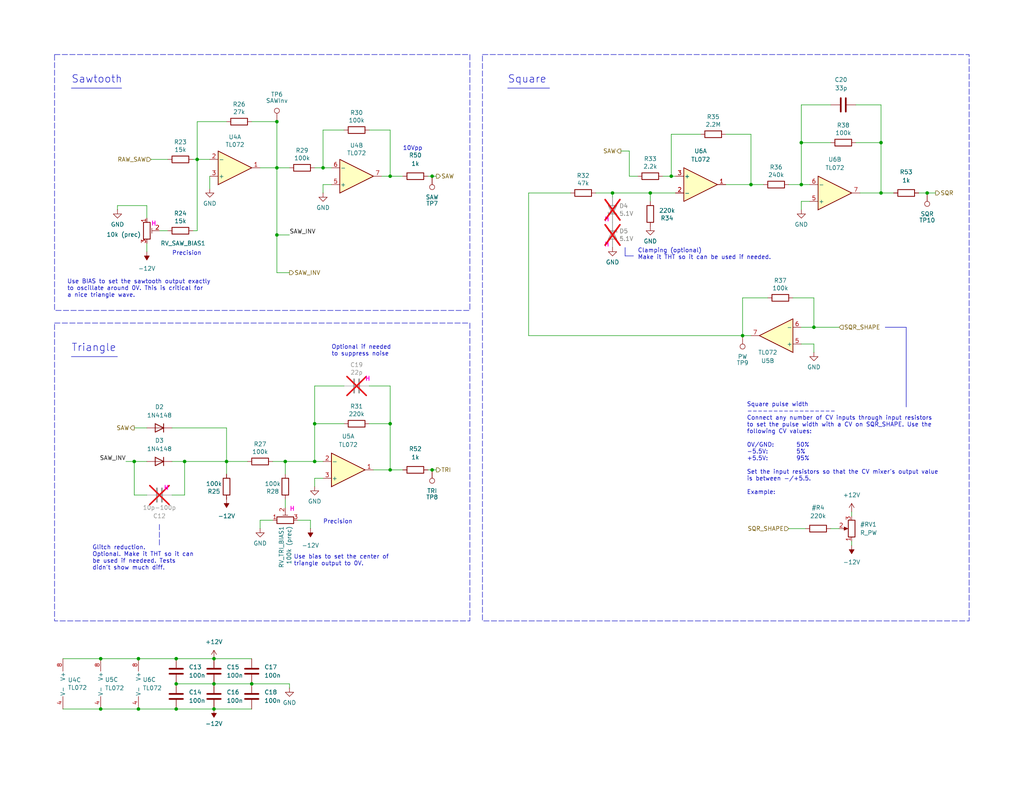
<source format=kicad_sch>
(kicad_sch (version 20250114) (generator "eeschema") (generator_version "9.0")
  (paper "User" 310 240)
  (title_block (title "Moduleur VCO core") (date "2026-02-21") (rev "v1.0") (company "Shmøergh"))
  (lib_symbols
    (symbol "Amplifier_Operational:TL072" (pin_names (offset 0.127))
      (property "Reference" "U" (at 0 5.08 0))
      (property "Value" "TL072" (at 0 -5.08 0))
      (symbol "TL072_1_1"
        (polyline (pts (xy -5.08 5.08) (xy 5.08 0) (xy -5.08 -5.08) (xy -5.08 5.08)) (stroke (width 0.254)) (fill (type background)))
        (pin input line (at -7.62 2.54 0) (length 2.54) (name "+") (number "3"))
        (pin input line (at -7.62 -2.54 0) (length 2.54) (name "-") (number "2"))
        (pin output line (at 7.62 0 180) (length 2.54) (name "~") (number "1"))
      )
      (symbol "TL072_2_1"
        (polyline (pts (xy -5.08 5.08) (xy 5.08 0) (xy -5.08 -5.08) (xy -5.08 5.08)) (stroke (width 0.254)) (fill (type background)))
        (pin input line (at -7.62 2.54 0) (length 2.54) (name "+") (number "5"))
        (pin input line (at -7.62 -2.54 0) (length 2.54) (name "-") (number "6"))
        (pin output line (at 7.62 0 180) (length 2.54) (name "~") (number "7"))
      )
      (symbol "TL072_3_1"
        (pin power_in line (at -2.54 7.62 270) (length 3.81) (name "V+") (number "8"))
        (pin power_in line (at -2.54 -7.62 90) (length 3.81) (name "V-") (number "4"))
      )
    )
    (symbol "Connector:TestPoint" (pin_numbers (hide yes)) (pin_names (offset 0.762) (hide yes))
      (property "Reference" "TP" (at 0 6.858 0))
      (property "Value" "TestPoint" (at 0 5.08 0))
      (symbol "TestPoint_0_1"
        (circle (center 0 3.302) (radius 0.762))
      )
      (symbol "TestPoint_1_1"
        (pin passive line (at 0 0 90) (length 2.54) (name "1") (number "1"))
      )
    )
    (symbol "D_1" (pin_numbers (hide yes)) (pin_names (offset 1.016) (hide yes))
      (property "Reference" "D" (at 0 2.54 0))
      (property "Value" "D" (at 0 -2.54 0))
      (symbol "D_1_0_1"
        (polyline (pts (xy -1.27 1.27) (xy -1.27 -1.27)) (stroke (width 0.254)))
        (polyline (pts (xy 1.27 1.27) (xy 1.27 -1.27) (xy -1.27 0) (xy 1.27 1.27)) (stroke (width 0.254)))
        (polyline (pts (xy 1.27 0) (xy -1.27 0)))
      )
      (symbol "D_1_1_1"
        (pin passive line (at -3.81 0 0) (length 2.54) (name "K") (number "1"))
        (pin passive line (at 3.81 0 180) (length 2.54) (name "A") (number "2"))
      )
    )
    (symbol "Device:C" (pin_numbers (hide yes)) (pin_names (offset 0.254))
      (property "Reference" "C" (at 0.635 2.54 0))
      (property "Value" "C" (at 0.635 -2.54 0))
      (symbol "C_0_1"
        (polyline (pts (xy -2.032 0.762) (xy 2.032 0.762)) (stroke (width 0.508)))
        (polyline (pts (xy -2.032 -0.762) (xy 2.032 -0.762)) (stroke (width 0.508)))
      )
      (symbol "C_1_1"
        (pin passive line (at 0 3.81 270) (length 2.794) (name "~") (number "1"))
        (pin passive line (at 0 -3.81 90) (length 2.794) (name "~") (number "2"))
      )
    )
    (symbol "Device:D_Zener" (pin_numbers (hide yes)) (pin_names (offset 1.016) (hide yes))
      (property "Reference" "D" (at 0 2.54 0))
      (property "Value" "D_Zener" (at 0 -2.54 0))
      (symbol "D_Zener_0_1"
        (polyline (pts (xy -1.27 -1.27) (xy -1.27 1.27) (xy -0.762 1.27)) (stroke (width 0.254)))
        (polyline (pts (xy 1.27 0) (xy -1.27 0)))
        (polyline (pts (xy 1.27 -1.27) (xy 1.27 1.27) (xy -1.27 0) (xy 1.27 -1.27)) (stroke (width 0.254)))
      )
      (symbol "D_Zener_1_1"
        (pin passive line (at -3.81 0 0) (length 2.54) (name "K") (number "1"))
        (pin passive line (at 3.81 0 180) (length 2.54) (name "A") (number "2"))
      )
    )
    (symbol "Device:R" (pin_numbers (hide yes)) (pin_names (offset 0))
      (property "Reference" "R" (at 2.032 0 90))
      (property "Value" "R" (at 0 0 90))
      (symbol "R_0_1"
        (rectangle (start -1.016 -2.54) (end 1.016 2.54) (stroke (width 0.254)))
      )
      (symbol "R_1_1"
        (pin passive line (at 0 3.81 270) (length 1.27) (name "~") (number "1"))
        (pin passive line (at 0 -3.81 90) (length 1.27) (name "~") (number "2"))
      )
    )
    (symbol "Device:R_Potentiometer" (pin_names (offset 1.016) (hide yes))
      (property "Reference" "RV" (at -4.445 0 90))
      (property "Value" "R_Potentiometer" (at -2.54 0 90))
      (symbol "R_Potentiometer_0_1"
        (rectangle (start 1.016 2.54) (end -1.016 -2.54) (stroke (width 0.254)))
        (polyline (pts (xy 1.143 0) (xy 2.286 0.508) (xy 2.286 -0.508) (xy 1.143 0)) (fill (type outline)))
        (polyline (pts (xy 2.54 0) (xy 1.524 0)))
      )
      (symbol "R_Potentiometer_1_1"
        (pin passive line (at 0 3.81 270) (length 1.27) (name "1") (number "1"))
        (pin passive line (at 0 -3.81 90) (length 1.27) (name "3") (number "3"))
        (pin passive line (at 3.81 0 180) (length 1.27) (name "2") (number "2"))
      )
    )
    (symbol "Device:R_Potentiometer_Trim" (pin_names (offset 1.016) (hide yes))
      (property "Reference" "RV" (at -4.445 0 90))
      (property "Value" "R_Potentiometer_Trim" (at -2.54 0 90))
      (symbol "R_Potentiometer_Trim_0_1"
        (rectangle (start 1.016 2.54) (end -1.016 -2.54) (stroke (width 0.254)))
        (polyline (pts (xy 1.524 0.762) (xy 1.524 -0.762)))
        (polyline (pts (xy 2.54 0) (xy 1.524 0)))
      )
      (symbol "R_Potentiometer_Trim_1_1"
        (pin passive line (at 0 3.81 270) (length 1.27) (name "1") (number "1"))
        (pin passive line (at 0 -3.81 90) (length 1.27) (name "3") (number "3"))
        (pin passive line (at 3.81 0 180) (length 1.27) (name "2") (number "2"))
      )
    )
    (symbol "power:+12V" (power) (pin_numbers (hide yes)) (pin_names (offset 0) (hide yes))
      (property "Value" "+12V" (at 0 3.556 0))
      (symbol "+12V_0_1"
        (polyline (pts (xy -0.762 1.27) (xy 0 2.54)))
        (polyline (pts (xy 0 2.54) (xy 0.762 1.27)))
        (polyline (pts (xy 0 0) (xy 0 2.54)))
      )
      (symbol "+12V_1_1"
        (pin power_in line (at 0 0 90) (length 0) (name "~") (number "1"))
      )
    )
    (symbol "power:-12V" (power) (pin_numbers (hide yes)) (pin_names (offset 0) (hide yes))
      (property "Value" "-12V" (at 0 3.556 0))
      (symbol "-12V_0_0"
        (pin power_in line (at 0 0 90) (length 0) (name "~") (number "1"))
      )
      (symbol "-12V_0_1"
        (polyline (pts (xy 0 0) (xy 0 1.27) (xy 0.762 1.27) (xy 0 2.54) (xy -0.762 1.27) (xy 0 1.27)) (fill (type outline)))
      )
    )
    (symbol "power:GND" (power) (pin_numbers (hide yes)) (pin_names (offset 0) (hide yes))
      (property "Value" "GND" (at 0 -3.81 0))
      (symbol "GND_0_1"
        (polyline (pts (xy 0 0) (xy 0 -1.27) (xy 1.27 -1.27) (xy 0 -2.54) (xy -1.27 -1.27) (xy 0 -1.27)))
      )
      (symbol "GND_1_1"
        (pin power_in line (at 0 0 270) (length 0) (name "~") (number "1"))
      )
    )
  )
  (rectangle (start 16.51 97.79) (end 142.24 187.96) (stroke (width 0) (type dash)))
  (rectangle (start 16.51 16.51) (end 142.24 93.98) (stroke (width 0) (type dash)))
  (rectangle (start 146.05 16.51) (end 293.37 187.96) (stroke (width 0) (type dash)))
  (text "Use bias to set the center of \ntriangle output to 0V." (at 88.9 171.45 0) (effects (font (size 1.27 1.27)) (justify left bottom)))
  (text "Clamping (optional)\nMake it THT so it can be used if needed." (at 193.04 78.74 0) (effects (font (size 1.27 1.27)) (justify left bottom)))
  (text "Use BIAS to set the sawtooth output exactly\nto oscillate around 0V. This is critical for\na nice triangle wave." (at 20.32 90.17 0) (effects (font (size 1.27 1.27)) (justify left bottom)))
  (text "H" (at 110.49 115.57 0) (effects (font (size 1.27 1.27) (thickness 0.254) (bold yes)) (justify left bottom)))
  (text "Sawtooth" (at 21.59 25.4 0) (effects (font (size 2.2606 2.2606)) (justify left bottom)))
  (text "Precision" (at 97.79 158.75 0) (effects (font (size 1.27 1.27)) (justify left bottom)))
  (text "H" (at 45.72 68.58 0) (effects (font (size 1.27 1.27) (thickness 0.254) (bold yes)) (justify left bottom)))
  (text "H" (at 87.63 154.94 0) (effects (font (size 1.27 1.27) (thickness 0.254) (bold yes)) (justify left bottom)))
  (text "10Vpp" (at 121.92 45.72 0) (effects (font (size 1.27 1.27)) (justify left bottom)))
  (text "H" (at 182.88 74.93 0) (effects (font (size 1.27 1.27) (thickness 0.254) (bold yes)) (justify left bottom)))
  (text "Square pulse width\n-----------------\nConnect any number of CV inputs through input resistors \nto set the pulse width with a CV on SQR_SHAPE. Use the \nfollowing CV values:\n\n0V/GND: 	50%\n-5.5V: 		5%\n+5.5V: 		95%\n\nSet the input resistors so that the CV mixer's output value \nis between -/+5.5.\n\nExample:" (at 226.06 149.86 0) (effects (font (size 1.27 1.27)) (justify left bottom)))
  (text "H" (at 49.53 148.59 0) (effects (font (size 1.27 1.27) (thickness 0.254) (bold yes)) (justify left bottom)))
  (text "Square" (at 153.67 25.4 0) (effects (font (size 2.2606 2.2606)) (justify left bottom)))
  (text "H" (at 182.88 67.31 0) (effects (font (size 1.27 1.27) (thickness 0.254) (bold yes)) (justify left bottom)))
  (text "Optional if needed\nto suppress noise" (at 100.33 107.95 0) (effects (font (size 1.27 1.27)) (justify left bottom)))
  (text "Precision" (at 52.07 77.47 0) (effects (font (size 1.27 1.27)) (justify left bottom)))
  (text "Glitch reduction.\nOptional. Make it THT so it can \nbe used if needeed. Tests \ndidn't show much diff." (at 27.94 172.72 0) (effects (font (size 1.27 1.27)) (justify left bottom)))
  (text "Triangle" (at 21.59 106.68 0) (effects (font (size 2.2606 2.2606)) (justify left bottom)))
  (junction (at 224.79 101.6))
  (junction (at 41.91 214.63))
  (junction (at 53.34 199.39))
  (junction (at 203.2 53.34))
  (junction (at 40.64 139.7))
  (junction (at 118.11 142.24))
  (junction (at 95.25 128.27))
  (junction (at 53.34 214.63))
  (junction (at 41.91 199.39))
  (junction (at 64.77 214.63))
  (junction (at 83.82 36.83))
  (junction (at 30.48 199.39))
  (junction (at 86.36 139.7))
  (junction (at 246.38 99.06))
  (junction (at 242.57 43.18))
  (junction (at 185.42 58.42))
  (junction (at 64.77 207.01))
  (junction (at 118.11 53.34))
  (junction (at 130.81 142.24))
  (junction (at 64.77 199.39))
  (junction (at 242.57 55.88))
  (junction (at 83.82 50.8))
  (junction (at 97.79 50.8))
  (junction (at 83.82 71.12))
  (junction (at 266.7 43.18))
  (junction (at 53.34 207.01))
  (junction (at 30.48 214.63))
  (junction (at 196.85 58.42))
  (junction (at 280.67 58.42))
  (junction (at 95.25 139.7))
  (junction (at 55.88 139.7))
  (junction (at 130.81 53.34))
  (junction (at 76.2 207.01))
  (junction (at 266.7 58.42))
  (junction (at 59.69 48.26))
  (junction (at 118.11 128.27))
  (junction (at 227.33 55.88))
  (junction (at 68.58 139.7))
  (wire (pts (xy 111.76 116.84) (xy 118.11 116.84)))
  (wire (pts (xy 224.79 101.6) (xy 227.33 101.6)))
  (polyline (pts (xy 48.26 158.75) (xy 48.26 165.1)) (stroke (width 0) (type dash)))
  (wire (pts (xy 58.42 48.26) (xy 59.69 48.26)))
  (wire (pts (xy 97.79 50.8) (xy 100.33 50.8)))
  (wire (pts (xy 82.55 157.48) (xy 78.74 157.48)))
  (wire (pts (xy 185.42 58.42) (xy 185.42 59.69)))
  (wire (pts (xy 118.11 116.84) (xy 118.11 128.27)))
  (wire (pts (xy 30.48 199.39) (xy 41.91 199.39)))
  (wire (pts (xy 95.25 144.78) (xy 95.25 147.32)))
  (wire (pts (xy 219.71 40.64) (xy 227.33 40.64)))
  (wire (pts (xy 257.81 154.94) (xy 257.81 156.21)))
  (wire (pts (xy 245.11 55.88) (xy 242.57 55.88)))
  (wire (pts (xy 254 99.06) (xy 246.38 99.06)))
  (wire (pts (xy 90.17 157.48) (xy 93.98 157.48)))
  (wire (pts (xy 224.79 90.17) (xy 224.79 101.6)))
  (wire (pts (xy 130.81 142.24) (xy 132.08 142.24)))
  (wire (pts (xy 246.38 99.06) (xy 242.57 99.06)))
  (wire (pts (xy 87.63 208.28) (xy 87.63 207.01)))
  (wire (pts (xy 129.54 142.24) (xy 130.81 142.24)))
  (wire (pts (xy 38.1 139.7) (xy 40.64 139.7)))
  (wire (pts (xy 251.46 160.02) (xy 254 160.02)))
  (wire (pts (xy 76.2 36.83) (xy 83.82 36.83)))
  (wire (pts (xy 129.54 53.34) (xy 130.81 53.34)))
  (wire (pts (xy 19.05 199.39) (xy 30.48 199.39)))
  (wire (pts (xy 257.81 163.83) (xy 257.81 165.1)))
  (wire (pts (xy 95.25 50.8) (xy 97.79 50.8)))
  (wire (pts (xy 203.2 53.34) (xy 200.66 53.34)))
  (wire (pts (xy 266.7 43.18) (xy 266.7 58.42)))
  (wire (pts (xy 203.2 40.64) (xy 203.2 53.34)))
  (wire (pts (xy 212.09 40.64) (xy 203.2 40.64)))
  (wire (pts (xy 83.82 71.12) (xy 83.82 82.55)))
  (polyline (pts (xy 191.77 77.47) (xy 189.23 77.47)))
  (wire (pts (xy 19.05 214.63) (xy 30.48 214.63)))
  (wire (pts (xy 95.25 139.7) (xy 86.36 139.7)))
  (wire (pts (xy 111.76 39.37) (xy 118.11 39.37)))
  (wire (pts (xy 95.25 128.27) (xy 95.25 139.7)))
  (polyline (pts (xy 153.67 26.67) (xy 166.37 26.67)))
  (wire (pts (xy 83.82 82.55) (xy 87.63 82.55)))
  (wire (pts (xy 232.41 90.17) (xy 224.79 90.17)))
  (wire (pts (xy 53.34 207.01) (xy 64.77 207.01)))
  (wire (pts (xy 266.7 31.75) (xy 266.7 43.18)))
  (wire (pts (xy 118.11 53.34) (xy 115.57 53.34)))
  (wire (pts (xy 44.45 149.86) (xy 40.64 149.86)))
  (wire (pts (xy 104.14 116.84) (xy 95.25 116.84)))
  (wire (pts (xy 52.07 149.86) (xy 55.88 149.86)))
  (polyline (pts (xy 274.32 123.19) (xy 274.32 99.06)))
  (wire (pts (xy 41.91 199.39) (xy 53.34 199.39)))
  (wire (pts (xy 97.79 39.37) (xy 97.79 50.8)))
  (wire (pts (xy 59.69 48.26) (xy 59.69 69.85)))
  (wire (pts (xy 266.7 58.42) (xy 260.35 58.42)))
  (wire (pts (xy 53.34 199.39) (xy 64.77 199.39)))
  (wire (pts (xy 68.58 36.83) (xy 59.69 36.83)))
  (wire (pts (xy 190.5 45.72) (xy 190.5 53.34)))
  (wire (pts (xy 238.76 160.02) (xy 243.84 160.02)))
  (wire (pts (xy 251.46 43.18) (xy 242.57 43.18)))
  (wire (pts (xy 41.91 214.63) (xy 53.34 214.63)))
  (wire (pts (xy 190.5 53.34) (xy 193.04 53.34)))
  (wire (pts (xy 242.57 31.75) (xy 242.57 43.18)))
  (wire (pts (xy 280.67 58.42) (xy 283.21 58.42)))
  (wire (pts (xy 35.56 62.23) (xy 44.45 62.23)))
  (wire (pts (xy 95.25 116.84) (xy 95.25 128.27)))
  (wire (pts (xy 52.07 139.7) (xy 55.88 139.7)))
  (wire (pts (xy 82.55 139.7) (xy 86.36 139.7)))
  (wire (pts (xy 111.76 128.27) (xy 118.11 128.27)))
  (wire (pts (xy 40.64 149.86) (xy 40.64 139.7)))
  (wire (pts (xy 53.34 214.63) (xy 64.77 214.63)))
  (wire (pts (xy 245.11 60.96) (xy 242.57 60.96)))
  (wire (pts (xy 52.07 129.54) (xy 68.58 129.54)))
  (wire (pts (xy 204.47 58.42) (xy 196.85 58.42)))
  (wire (pts (xy 97.79 55.88) (xy 97.79 58.42)))
  (wire (pts (xy 259.08 31.75) (xy 266.7 31.75)))
  (wire (pts (xy 172.72 58.42) (xy 160.02 58.42)))
  (wire (pts (xy 180.34 58.42) (xy 185.42 58.42)))
  (wire (pts (xy 242.57 55.88) (xy 238.76 55.88)))
  (wire (pts (xy 100.33 55.88) (xy 97.79 55.88)))
  (wire (pts (xy 40.64 129.54) (xy 44.45 129.54)))
  (wire (pts (xy 55.88 139.7) (xy 68.58 139.7)))
  (wire (pts (xy 64.77 199.39) (xy 76.2 199.39)))
  (wire (pts (xy 251.46 31.75) (xy 242.57 31.75)))
  (wire (pts (xy 97.79 139.7) (xy 95.25 139.7)))
  (wire (pts (xy 68.58 139.7) (xy 74.93 139.7)))
  (wire (pts (xy 196.85 58.42) (xy 196.85 60.96)))
  (wire (pts (xy 58.42 69.85) (xy 59.69 69.85)))
  (wire (pts (xy 204.47 53.34) (xy 203.2 53.34)))
  (wire (pts (xy 55.88 149.86) (xy 55.88 139.7)))
  (wire (pts (xy 64.77 207.01) (xy 76.2 207.01)))
  (polyline (pts (xy 189.23 77.47) (xy 189.23 74.93)))
  (wire (pts (xy 118.11 53.34) (xy 121.92 53.34)))
  (wire (pts (xy 83.82 71.12) (xy 87.63 71.12)))
  (wire (pts (xy 227.33 55.88) (xy 219.71 55.88)))
  (wire (pts (xy 83.82 50.8) (xy 78.74 50.8)))
  (polyline (pts (xy 21.59 107.95) (xy 35.56 107.95)))
  (wire (pts (xy 87.63 50.8) (xy 83.82 50.8)))
  (wire (pts (xy 48.26 69.85) (xy 50.8 69.85)))
  (wire (pts (xy 246.38 90.17) (xy 246.38 99.06)))
  (wire (pts (xy 83.82 36.83) (xy 83.82 50.8)))
  (wire (pts (xy 246.38 106.68) (xy 246.38 104.14)))
  (wire (pts (xy 93.98 157.48) (xy 93.98 160.02)))
  (wire (pts (xy 59.69 36.83) (xy 59.69 48.26)))
  (wire (pts (xy 30.48 214.63) (xy 41.91 214.63)))
  (wire (pts (xy 118.11 142.24) (xy 113.03 142.24)))
  (wire (pts (xy 86.36 151.13) (xy 86.36 153.67)))
  (wire (pts (xy 97.79 144.78) (xy 95.25 144.78)))
  (wire (pts (xy 78.74 157.48) (xy 78.74 160.02)))
  (wire (pts (xy 270.51 58.42) (xy 266.7 58.42)))
  (wire (pts (xy 40.64 139.7) (xy 44.45 139.7)))
  (wire (pts (xy 160.02 101.6) (xy 224.79 101.6)))
  (wire (pts (xy 160.02 101.6) (xy 160.02 58.42)))
  (wire (pts (xy 64.77 214.63) (xy 76.2 214.63)))
  (wire (pts (xy 104.14 128.27) (xy 95.25 128.27)))
  (wire (pts (xy 63.5 53.34) (xy 63.5 57.15)))
  (wire (pts (xy 76.2 207.01) (xy 87.63 207.01)))
  (wire (pts (xy 45.72 48.26) (xy 50.8 48.26)))
  (wire (pts (xy 118.11 128.27) (xy 118.11 142.24)))
  (wire (pts (xy 187.96 45.72) (xy 190.5 45.72)))
  (wire (pts (xy 44.45 76.2) (xy 44.45 73.66)))
  (wire (pts (xy 68.58 143.51) (xy 68.58 139.7)))
  (wire (pts (xy 259.08 43.18) (xy 266.7 43.18)))
  (wire (pts (xy 68.58 129.54) (xy 68.58 139.7)))
  (wire (pts (xy 86.36 139.7) (xy 86.36 143.51)))
  (wire (pts (xy 44.45 62.23) (xy 44.45 66.04)))
  (wire (pts (xy 83.82 71.12) (xy 83.82 50.8)))
  (wire (pts (xy 246.38 104.14) (xy 242.57 104.14)))
  (wire (pts (xy 35.56 63.5) (xy 35.56 62.23)))
  (wire (pts (xy 242.57 43.18) (xy 242.57 55.88)))
  (wire (pts (xy 242.57 60.96) (xy 242.57 63.5)))
  (wire (pts (xy 104.14 39.37) (xy 97.79 39.37)))
  (wire (pts (xy 59.69 48.26) (xy 63.5 48.26)))
  (wire (pts (xy 118.11 142.24) (xy 121.92 142.24)))
  (wire (pts (xy 227.33 40.64) (xy 227.33 55.88)))
  (wire (pts (xy 130.81 53.34) (xy 132.08 53.34)))
  (wire (pts (xy 240.03 90.17) (xy 246.38 90.17)))
  (wire (pts (xy 278.13 58.42) (xy 280.67 58.42)))
  (wire (pts (xy 231.14 55.88) (xy 227.33 55.88)))
  (wire (pts (xy 118.11 39.37) (xy 118.11 53.34)))
  (wire (pts (xy 185.42 58.42) (xy 196.85 58.42)))
  (polyline (pts (xy 21.59 26.67) (xy 36.83 26.67)))
  (polyline (pts (xy 267.97 99.06) (xy 274.32 99.06)))
  (label "SAW_INV" (at 38.1 139.7 180))
  (label "SAW_INV" (at 87.63 71.12 0))
  (hierarchical_label "SAW" (shape output) (at 132.08 53.34 0))
  (hierarchical_label "SAW" (shape output) (at 187.96 45.72 180))
  (hierarchical_label "TRI" (shape output) (at 132.08 142.24 0))
  (hierarchical_label "SQR_SHAPE" (shape input) (at 238.76 160.02 180))
  (hierarchical_label "SQR_SHAPE" (shape input) (at 254 99.06 0))
  (hierarchical_label "SQR" (shape output) (at 283.21 58.42 0))
  (hierarchical_label "RAW_SAW" (shape input) (at 45.72 48.26 180))
  (hierarchical_label "SAW_INV" (shape output) (at 87.63 82.55 0))
  (hierarchical_label "SAW" (shape output) (at 40.64 129.54 180))
  (symbol (lib_id "Device:C") (at 64.77 210.82 0) (unit 1)
    (property "Reference" "C16" (at 68.58 209.55 0) (effects (justify left)))
    (property "Value" "100n" (at 68.58 212.09 0) (effects (justify left)))
    (property "Footprint" "Capacitor_SMD:C_0603_1608Metric" (effects (hide yes)))
    (property "LCSC" "C14663" (effects (hide yes)))
    (property "Vendor" "JLCPCB" (effects (hide yes)))
    (property "CHECKED" "YES" (effects (hide yes)))
  )
  (symbol (lib_id "Connector:TestPoint") (at 224.79 101.6 180) (unit 1) (in_bom no)
    (property "Reference" "TP9" (at 224.79 109.855 0))
    (property "Value" "PW" (at 224.79 107.95 0))
    (property "Footprint" "TestPoint:TestPoint_THTPad_2.0x2.0mm_Drill1.0mm" (effects (hide yes)))
    (property "CHECKED" "YES" (effects (hide yes)))
  )
  (symbol (lib_id "Device:C") (at 53.34 210.82 0) (unit 1)
    (property "Reference" "C14" (at 57.15 209.55 0) (effects (justify left)))
    (property "Value" "100n" (at 57.15 212.09 0) (effects (justify left)))
    (property "Footprint" "Capacitor_SMD:C_0603_1608Metric" (effects (hide yes)))
    (property "LCSC" "C14663" (effects (hide yes)))
    (property "Vendor" "JLCPCB" (effects (hide yes)))
    (property "CHECKED" "YES" (effects (hide yes)))
  )
  (symbol (lib_id "Device:R") (at 125.73 53.34 90) (unit 1)
    (property "Reference" "R50" (at 125.73 46.99 90))
    (property "Value" "1k" (at 125.73 49.53 90))
    (property "Footprint" "Resistor_SMD:R_0603_1608Metric" (effects (hide yes)))
    (property "LCSC" "C21190" (effects (hide yes)))
    (property "Vendor" "JLCPCB" (effects (hide yes)))
    (property "CHECKED" "YES" (effects (hide yes)))
  )
  (symbol (lib_id "Amplifier_Operational:TL072") (at 107.95 53.34 0) (mirror x) (unit 2)
    (property "Reference" "U4" (at 107.95 44.0182 0))
    (property "Value" "TL072" (at 107.95 46.3296 0))
    (property "Footprint" "Package_SO:SOIC-8_3.9x4.9mm_P1.27mm" (effects (hide yes)))
    (property "Datasheet" "http://www.ti.com/lit/ds/symlink/tl071.pdf" (effects (hide yes)))
    (property "LCSC" "C6961" (effects (hide yes)))
    (property "Vendor" "JLCPCB" (effects (hide yes)))
    (property "CHECKED" "YES" (effects (hide yes)))
  )
  (symbol (lib_id "Device:C") (at 64.77 203.2 0) (unit 1)
    (property "Reference" "C15" (at 68.58 201.93 0) (effects (justify left)))
    (property "Value" "100n" (at 68.58 204.47 0) (effects (justify left)))
    (property "Footprint" "Capacitor_SMD:C_0603_1608Metric" (effects (hide yes)))
    (property "LCSC" "C14663" (effects (hide yes)))
    (property "Vendor" "JLCPCB" (effects (hide yes)))
    (property "CHECKED" "YES" (effects (hide yes)))
  )
  (symbol (lib_id "Device:C") (at 107.95 116.84 270) (unit 1) (in_bom no) (dnp yes)
    (property "Reference" "C19" (at 107.95 110.4392 90))
    (property "Value" "22p" (at 107.95 112.7506 90))
    (property "Footprint" "Capacitor_THT:C_Disc_D3.0mm_W2.0mm_P2.50mm" (effects (hide yes)))
    (property "CHECKED" "YES" (effects (hide yes)))
  )
  (symbol (lib_id "power:-12V") (at 93.98 160.02 180) (unit 1)
    (property "Reference" "#PWR035" (effects (hide yes)))
    (property "Value" "-12V" (at 93.98 165.1 0))
    (property "Description" "Power symbol creates a global label with name \"-12V\"" (effects (hide yes)))
  )
  (symbol (lib_id "power:GND") (at 87.63 208.28 0) (unit 1)
    (property "Reference" "#PWR034" (effects (hide yes)))
    (property "Value" "GND" (at 87.63 212.725 0))
    (property "Description" "Power symbol creates a global label with name \"GND\" , ground" (effects (hide yes)))
  )
  (symbol (lib_id "power:GND") (at 246.38 106.68 0) (unit 1)
    (property "Reference" "#PWR041" (effects (hide yes)))
    (property "Value" "GND" (at 246.38 111.125 0))
    (property "Description" "Power symbol creates a global label with name \"GND\" , ground" (effects (hide yes)))
  )
  (symbol (lib_id "Device:R") (at 234.95 55.88 270) (unit 1)
    (property "Reference" "R36" (at 234.95 50.6222 90))
    (property "Value" "240k" (at 234.95 52.9336 90))
    (property "Footprint" "Resistor_SMD:R_0603_1608Metric" (effects (hide yes)))
    (property "LCSC" "C4197" (effects (hide yes)))
    (property "Vendor" "JLCPCB" (effects (hide yes)))
    (property "CHECKED" "YES" (effects (hide yes)))
  )
  (symbol (lib_id "Device:C") (at 48.26 149.86 270) (unit 1) (in_bom no) (dnp yes)
    (property "Reference" "C12" (at 48.26 156.21 90))
    (property "Value" "10p-100p" (at 48.26 153.67 90))
    (property "Footprint" "Capacitor_THT:C_Rect_L7.0mm_W2.5mm_P5.00mm" (effects (hide yes)))
    (property "CHECKED" "YES" (effects (hide yes)))
  )
  (symbol (lib_id "Device:R") (at 176.53 58.42 270) (unit 1)
    (property "Reference" "R32" (at 176.53 53.1622 90))
    (property "Value" "47k" (at 176.53 55.4736 90))
    (property "Footprint" "Resistor_SMD:R_0603_1608Metric" (effects (hide yes)))
    (property "LCSC" "C25819" (effects (hide yes)))
    (property "Vendor" "JLCPCB" (effects (hide yes)))
    (property "CHECKED" "YES" (effects (hide yes)))
  )
  (symbol (lib_id "Device:R") (at 236.22 90.17 270) (unit 1)
    (property "Reference" "R37" (at 236.22 84.9122 90))
    (property "Value" "100k" (at 236.22 87.2236 90))
    (property "Footprint" "Resistor_SMD:R_0603_1608Metric" (effects (hide yes)))
    (property "LCSC" "C25803" (effects (hide yes)))
    (property "Vendor" "JLCPCB" (effects (hide yes)))
    (property "CHECKED" "YES" (effects (hide yes)))
  )
  (symbol (lib_id "Device:R_Potentiometer") (at 257.81 160.02 180) (unit 1)
    (property "Reference" "#RV1" (at 260.35 158.75 0) (effects (justify right)))
    (property "Value" "R_PW" (at 260.35 161.29 0) (effects (justify right)))
  )
  (symbol (lib_id "Device:R") (at 274.32 58.42 90) (unit 1)
    (property "Reference" "R53" (at 274.32 52.07 90))
    (property "Value" "1k" (at 274.32 54.61 90))
    (property "Footprint" "Resistor_SMD:R_0603_1608Metric" (effects (hide yes)))
    (property "LCSC" "C21190" (effects (hide yes)))
    (property "Vendor" "JLCPCB" (effects (hide yes)))
    (property "CHECKED" "YES" (effects (hide yes)))
  )
  (symbol (lib_id "Device:R") (at 107.95 128.27 270) (unit 1)
    (property "Reference" "R31" (at 107.95 123.0122 90))
    (property "Value" "220k" (at 107.95 125.3236 90))
    (property "Footprint" "Resistor_SMD:R_0603_1608Metric" (effects (hide yes)))
    (property "LCSC" "C22961" (effects (hide yes)))
    (property "Vendor" "JLCPCB" (effects (hide yes)))
    (property "CHECKED" "YES" (effects (hide yes)))
  )
  (symbol (lib_id "Amplifier_Operational:TL072") (at 105.41 142.24 0) (mirror x) (unit 1)
    (property "Reference" "U5" (at 105.41 132.08 0))
    (property "Value" "TL072" (at 105.41 134.62 0))
    (property "Footprint" "Package_SO:SOIC-8_3.9x4.9mm_P1.27mm" (effects (hide yes)))
    (property "Datasheet" "http://www.ti.com/lit/ds/symlink/tl071.pdf" (effects (hide yes)))
    (property "LCSC" "C6961" (effects (hide yes)))
    (property "Vendor" "JLCPCB" (effects (hide yes)))
    (property "CHECKED" "YES" (effects (hide yes)))
  )
  (symbol (lib_id "power:GND") (at 196.85 68.58 0) (unit 1)
    (property "Reference" "#PWR039" (effects (hide yes)))
    (property "Value" "GND" (at 196.85 73.025 0))
    (property "Description" "Power symbol creates a global label with name \"GND\" , ground" (effects (hide yes)))
  )
  (symbol (lib_id "Device:R") (at 247.65 160.02 90) (unit 1)
    (property "Reference" "#R4" (at 247.65 153.67 90))
    (property "Value" "220k" (at 247.65 156.21 90))
  )
  (symbol (lib_id "Device:R") (at 196.85 53.34 270) (unit 1)
    (property "Reference" "R33" (at 196.85 48.0822 90))
    (property "Value" "2.2k" (at 196.85 50.3936 90))
    (property "Footprint" "Resistor_SMD:R_0603_1608Metric" (effects (hide yes)))
    (property "LCSC" "C4190" (effects (hide yes)))
    (property "Vendor" "JLCPCB" (effects (hide yes)))
    (property "CHECKED" "YES" (effects (hide yes)))
  )
  (symbol (lib_id "Device:R") (at 125.73 142.24 90) (unit 1)
    (property "Reference" "R52" (at 125.73 135.89 90))
    (property "Value" "1k" (at 125.73 138.43 90))
    (property "Footprint" "Resistor_SMD:R_0603_1608Metric" (effects (hide yes)))
    (property "LCSC" "C21190" (effects (hide yes)))
    (property "Vendor" "JLCPCB" (effects (hide yes)))
    (property "CHECKED" "YES" (effects (hide yes)))
  )
  (symbol (lib_id "power:GND") (at 242.57 63.5 0) (unit 1)
    (property "Reference" "#PWR040" (effects (hide yes)))
    (property "Value" "GND" (at 242.57 67.945 0))
    (property "Description" "Power symbol creates a global label with name \"GND\" , ground" (effects (hide yes)))
  )
  (symbol (lib_id "Device:R") (at 86.36 147.32 0) (unit 1)
    (property "Reference" "R28" (at 82.55 148.7678 0))
    (property "Value" "100k" (at 82.55 146.4564 0))
    (property "Footprint" "Resistor_SMD:R_0603_1608Metric" (effects (hide yes)))
    (property "LCSC" "C25803" (effects (hide yes)))
    (property "Vendor" "JLCPCB" (effects (hide yes)))
    (property "CHECKED" "YES" (effects (hide yes)))
  )
  (symbol (lib_id "power:GND") (at 63.5 57.15 0) (unit 1)
    (property "Reference" "#PWR029" (effects (hide yes)))
    (property "Value" "GND" (at 63.5 61.595 0))
    (property "Description" "Power symbol creates a global label with name \"GND\" , ground" (effects (hide yes)))
  )
  (symbol (lib_id "Device:R") (at 78.74 139.7 270) (unit 1)
    (property "Reference" "R27" (at 78.74 134.4422 90))
    (property "Value" "100k" (at 78.74 136.7536 90))
    (property "Footprint" "Resistor_SMD:R_0603_1608Metric" (effects (hide yes)))
    (property "LCSC" "C25803" (effects (hide yes)))
    (property "Vendor" "JLCPCB" (effects (hide yes)))
    (property "CHECKED" "YES" (effects (hide yes)))
  )
  (symbol (lib_id "Amplifier_Operational:TL072") (at 33.02 207.01 0) (unit 3)
    (property "Reference" "U5" (at 31.75 205.74 0) (effects (justify left)))
    (property "Value" "TL072" (at 31.75 208.28 0) (effects (justify left)))
    (property "Footprint" "Package_SO:SOIC-8_3.9x4.9mm_P1.27mm" (effects (hide yes)))
    (property "Datasheet" "http://www.ti.com/lit/ds/symlink/tl071.pdf" (effects (hide yes)))
    (property "LCSC" "C6961" (effects (hide yes)))
    (property "Vendor" "JLCPCB" (effects (hide yes)))
    (property "CHECKED" "YES" (effects (hide yes)))
  )
  (symbol (lib_id "Device:C") (at 255.27 31.75 90) (unit 1)
    (property "Reference" "C20" (at 256.54 24.13 90) (effects (justify left)))
    (property "Value" "33p" (at 256.54 26.67 90) (effects (justify left)))
    (property "Footprint" "Capacitor_SMD:C_0603_1608Metric" (effects (hide yes)))
    (property "LCSC" "C1663" (effects (hide yes)))
    (property "Vendor" "JLCPCB" (effects (hide yes)))
    (property "CHECKED" "YES" (effects (hide yes)))
  )
  (symbol (lib_id "power:GND") (at 185.42 74.93 0) (unit 1)
    (property "Reference" "#PWR038" (effects (hide yes)))
    (property "Value" "GND" (at 185.42 79.375 0))
    (property "Description" "Power symbol creates a global label with name \"GND\" , ground" (effects (hide yes)))
  )
  (symbol (lib_id "Amplifier_Operational:TL072") (at 234.95 101.6 180) (unit 2)
    (property "Reference" "U5" (at 232.41 109.22 0))
    (property "Value" "TL072" (at 232.41 106.68 0))
    (property "Footprint" "Package_SO:SOIC-8_3.9x4.9mm_P1.27mm" (effects (hide yes)))
    (property "Datasheet" "http://www.ti.com/lit/ds/symlink/tl071.pdf" (effects (hide yes)))
    (property "LCSC" "C6961" (effects (hide yes)))
    (property "Vendor" "JLCPCB" (effects (hide yes)))
    (property "CHECKED" "YES" (effects (hide yes)))
  )
  (symbol (lib_id "Device:R_Potentiometer_Trim") (at 86.36 157.48 90) (unit 1)
    (property "Reference" "RV_TRI_BIAS1" (at 85.1916 159.2326 0) (effects (justify right)))
    (property "Value" "100k (prec)" (at 87.503 159.2326 0) (effects (justify right)))
    (property "Footprint" "Potentiometer_THT:Potentiometer_Bourns_3006P_Horizontal" (effects (hide yes)))
    (property "Arwill" "https://arwill.hu/termekek/passziv-alkatreszek/trimmer-potmeterek/7401/100k-helitrimmer-potmeter-911756/" (effects (hide yes)))
    (property "Part URL" "https://mou.sr/4ff5W1E" (effects (hide yes)))
    (property "Vendor" "Mouser" (effects (hide yes)))
    (property "CHECKED" "YES" (effects (hide yes)))
    (property "Mouser Part no." "652-3006P-1-104-LF" (effects (hide yes)))
  )
  (symbol (lib_id "power:GND") (at 97.79 58.42 0) (unit 1)
    (property "Reference" "#PWR037" (effects (hide yes)))
    (property "Value" "GND" (at 97.79 62.865 0))
    (property "Description" "Power symbol creates a global label with name \"GND\" , ground" (effects (hide yes)))
  )
  (symbol (lib_id "power:GND") (at 95.25 147.32 0) (unit 1)
    (property "Reference" "#PWR036" (effects (hide yes)))
    (property "Value" "GND" (at 95.25 151.765 0))
    (property "Description" "Power symbol creates a global label with name \"GND\" , ground" (effects (hide yes)))
  )
  (symbol (lib_id "Amplifier_Operational:TL072") (at 21.59 207.01 0) (unit 3)
    (property "Reference" "U4" (at 20.5232 205.8416 0) (effects (justify left)))
    (property "Value" "TL072" (at 20.5232 208.153 0) (effects (justify left)))
    (property "Footprint" "Package_SO:SOIC-8_3.9x4.9mm_P1.27mm" (effects (hide yes)))
    (property "Datasheet" "http://www.ti.com/lit/ds/symlink/tl071.pdf" (effects (hide yes)))
    (property "LCSC" "C6961" (effects (hide yes)))
    (property "Vendor" "JLCPCB" (effects (hide yes)))
    (property "CHECKED" "YES" (effects (hide yes)))
  )
  (symbol (lib_id "Connector:TestPoint") (at 130.81 142.24 180) (unit 1) (in_bom no)
    (property "Reference" "TP8" (at 130.81 150.495 0))
    (property "Value" "TRI" (at 130.81 148.59 0))
    (property "Footprint" "TestPoint:TestPoint_THTPad_2.0x2.0mm_Drill1.0mm" (effects (hide yes)))
    (property "CHECKED" "YES" (effects (hide yes)))
  )
  (symbol (lib_id "power:+12V") (at 64.77 199.39 0) (unit 1)
    (property "Reference" "#PWR030" (effects (hide yes)))
    (property "Value" "+12V" (at 64.77 194.31 0))
    (property "Description" "Power symbol creates a global label with name \"+12V\"" (effects (hide yes)))
  )
  (symbol (lib_id "Amplifier_Operational:TL072") (at 39.37 207.01 0) (mirror y) (unit 3)
    (property "Reference" "U6" (at 43.18 205.74 0) (effects (justify right)))
    (property "Value" "TL072" (at 43.18 208.28 0) (effects (justify right)))
    (property "Footprint" "Package_SO:SOIC-8_3.9x4.9mm_P1.27mm" (effects (hide yes)))
    (property "Datasheet" "http://www.ti.com/lit/ds/symlink/tl071.pdf" (effects (hide yes)))
    (property "Description" "Dual Low-Noise JFET-Input Operational Amplifiers, DIP-8/SOIC-8" (effects (hide yes)))
    (property "LCSC" "C6961" (effects (hide yes)))
    (property "Vendor" "JLCPCB" (effects (hide yes)))
    (property "CHECKED" "YES" (effects (hide yes)))
  )
  (symbol (lib_id "power:-12V") (at 64.77 214.63 180) (unit 1)
    (property "Reference" "#PWR031" (effects (hide yes)))
    (property "Value" "-12V" (at 64.77 219.075 0))
    (property "Description" "Power symbol creates a global label with name \"-12V\"" (effects (hide yes)))
  )
  (symbol (lib_id "Device:D_Zener") (at 185.42 71.12 270) (unit 1) (in_bom no) (dnp yes)
    (property "Reference" "D5" (at 187.452 69.9516 90) (effects (justify left)))
    (property "Value" "5.1V" (at 187.452 72.263 90) (effects (justify left)))
    (property "Footprint" "Diode_THT:D_DO-34_SOD68_P2.54mm_Vertical_AnodeUp" (effects (hide yes)))
    (property "CHECKED" "YES" (effects (hide yes)))
  )
  (symbol (lib_name "D_1") (lib_id "Device:D") (at 48.26 129.54 0) (mirror y) (unit 1)
    (property "Reference" "D2" (at 48.26 123.19 0))
    (property "Value" "1N4148" (at 48.26 125.73 0))
    (property "Footprint" "Diode_SMD:D_SOD-123" (effects (hide yes)))
    (property "Sim.Device" "D" (effects (hide yes)))
    (property "Sim.Pins" "1=K 2=A" (effects (hide yes)))
    (property "LCSC" "C81598" (effects (hide yes)))
    (property "Vendor" "JLCPCB" (effects (hide yes)))
    (property "CHECKED" "YES" (effects (hide yes)))
  )
  (symbol (lib_id "Device:R") (at 72.39 36.83 270) (unit 1)
    (property "Reference" "R26" (at 72.39 31.5722 90))
    (property "Value" "27k" (at 72.39 33.8836 90))
    (property "Footprint" "Resistor_SMD:R_0603_1608Metric" (effects (hide yes)))
    (property "LCSC" "C22967" (effects (hide yes)))
    (property "Vendor" "JLCPCB" (effects (hide yes)))
    (property "CHECKED" "YES" (effects (hide yes)))
  )
  (symbol (lib_id "Device:D_Zener") (at 185.42 63.5 90) (unit 1) (in_bom no) (dnp yes)
    (property "Reference" "D4" (at 187.452 62.3316 90) (effects (justify right)))
    (property "Value" "5.1V" (at 187.452 64.643 90) (effects (justify right)))
    (property "Footprint" "Diode_THT:D_DO-34_SOD68_P2.54mm_Vertical_AnodeUp" (effects (hide yes)))
    (property "CHECKED" "YES" (effects (hide yes)))
  )
  (symbol (lib_id "Device:C") (at 76.2 210.82 0) (unit 1)
    (property "Reference" "C18" (at 80.01 209.55 0) (effects (justify left)))
    (property "Value" "100n" (at 80.01 212.09 0) (effects (justify left)))
    (property "Footprint" "Capacitor_SMD:C_0603_1608Metric" (effects (hide yes)))
    (property "LCSC" "C14663" (effects (hide yes)))
    (property "Vendor" "JLCPCB" (effects (hide yes)))
    (property "CHECKED" "YES" (effects (hide yes)))
  )
  (symbol (lib_id "Device:R") (at 54.61 48.26 270) (unit 1)
    (property "Reference" "R23" (at 54.61 43.0022 90))
    (property "Value" "15k" (at 54.61 45.3136 90))
    (property "Footprint" "Resistor_SMD:R_0603_1608Metric" (effects (hide yes)))
    (property "LCSC" "C22809" (effects (hide yes)))
    (property "Vendor" "JLCPCB" (effects (hide yes)))
    (property "CHECKED" "YES" (effects (hide yes)))
  )
  (symbol (lib_id "Device:R") (at 215.9 40.64 270) (unit 1)
    (property "Reference" "R35" (at 215.9 35.3822 90))
    (property "Value" "2.2M" (at 215.9 37.6936 90))
    (property "Footprint" "Resistor_SMD:R_0603_1608Metric" (effects (hide yes)))
    (property "LCSC" "C22938" (effects (hide yes)))
    (property "Vendor" "JLCPCB" (effects (hide yes)))
    (property "CHECKED" "YES" (effects (hide yes)))
  )
  (symbol (lib_id "power:-12V") (at 257.81 165.1 180) (unit 1)
    (property "Reference" "#PWR043" (effects (hide yes)))
    (property "Value" "-12V" (at 257.81 170.18 0))
    (property "Description" "Power symbol creates a global label with name \"-12V\"" (effects (hide yes)))
  )
  (symbol (lib_id "Connector:TestPoint") (at 130.81 53.34 180) (unit 1) (in_bom no)
    (property "Reference" "TP7" (at 130.81 61.595 0))
    (property "Value" "SAW" (at 130.81 59.69 0))
    (property "Footprint" "TestPoint:TestPoint_THTPad_2.0x2.0mm_Drill1.0mm" (effects (hide yes)))
    (property "CHECKED" "YES" (effects (hide yes)))
  )
  (symbol (lib_id "Connector:TestPoint") (at 83.82 36.83 0) (unit 1) (in_bom no)
    (property "Reference" "TP6" (at 83.82 28.575 0))
    (property "Value" "SAWInv" (at 83.82 30.48 0))
    (property "Footprint" "TestPoint:TestPoint_THTPad_2.0x2.0mm_Drill1.0mm" (effects (hide yes)))
    (property "CHECKED" "YES" (effects (hide yes)))
  )
  (symbol (lib_id "Amplifier_Operational:TL072") (at 212.09 55.88 0) (unit 1)
    (property "Reference" "U6" (at 212.09 45.72 0))
    (property "Value" "TL072" (at 212.09 48.26 0))
    (property "Footprint" "Package_SO:SOIC-8_3.9x4.9mm_P1.27mm" (effects (hide yes)))
    (property "Datasheet" "http://www.ti.com/lit/ds/symlink/tl071.pdf" (effects (hide yes)))
    (property "Description" "Dual Low-Noise JFET-Input Operational Amplifiers, DIP-8/SOIC-8" (effects (hide yes)))
    (property "LCSC" "C6961" (effects (hide yes)))
    (property "Vendor" "JLCPCB" (effects (hide yes)))
    (property "CHECKED" "YES" (effects (hide yes)))
  )
  (symbol (lib_id "power:-12V") (at 68.58 151.13 180) (unit 1)
    (property "Reference" "#PWR032" (effects (hide yes)))
    (property "Value" "-12V" (at 68.58 156.21 0))
    (property "Description" "Power symbol creates a global label with name \"-12V\"" (effects (hide yes)))
  )
  (symbol (lib_id "Amplifier_Operational:TL072") (at 252.73 58.42 0) (mirror x) (unit 2)
    (property "Reference" "U6" (at 252.73 48.26 0))
    (property "Value" "TL072" (at 252.73 50.8 0))
    (property "Footprint" "Package_SO:SOIC-8_3.9x4.9mm_P1.27mm" (effects (hide yes)))
    (property "Datasheet" "http://www.ti.com/lit/ds/symlink/tl071.pdf" (effects (hide yes)))
    (property "Description" "Dual Low-Noise JFET-Input Operational Amplifiers, DIP-8/SOIC-8" (effects (hide yes)))
    (property "LCSC" "C6961" (effects (hide yes)))
    (property "Vendor" "JLCPCB" (effects (hide yes)))
    (property "CHECKED" "YES" (effects (hide yes)))
  )
  (symbol (lib_id "Device:R") (at 54.61 69.85 270) (unit 1)
    (property "Reference" "R24" (at 54.61 64.5922 90))
    (property "Value" "15k" (at 54.61 66.9036 90))
    (property "Footprint" "Resistor_SMD:R_0603_1608Metric" (effects (hide yes)))
    (property "LCSC" "C22809" (effects (hide yes)))
    (property "Vendor" "JLCPCB" (effects (hide yes)))
    (property "CHECKED" "YES" (effects (hide yes)))
  )
  (symbol (lib_id "power:+12V") (at 257.81 154.94 0) (unit 1)
    (property "Reference" "#PWR042" (effects (hide yes)))
    (property "Value" "+12V" (at 257.81 149.86 0))
    (property "Description" "Power symbol creates a global label with name \"+12V\"" (effects (hide yes)))
  )
  (symbol (lib_name "D_1") (lib_id "Device:D") (at 48.26 139.7 0) (mirror y) (unit 1)
    (property "Reference" "D3" (at 48.26 133.35 0))
    (property "Value" "1N4148" (at 48.26 135.89 0))
    (property "Footprint" "Diode_SMD:D_SOD-123" (effects (hide yes)))
    (property "Sim.Device" "D" (effects (hide yes)))
    (property "Sim.Pins" "1=K 2=A" (effects (hide yes)))
    (property "LCSC" "C81598" (effects (hide yes)))
    (property "Vendor" "JLCPCB" (effects (hide yes)))
    (property "CHECKED" "YES" (effects (hide yes)))
  )
  (symbol (lib_id "Device:C") (at 53.34 203.2 0) (unit 1)
    (property "Reference" "C13" (at 57.15 201.93 0) (effects (justify left)))
    (property "Value" "100n" (at 57.15 204.47 0) (effects (justify left)))
    (property "Footprint" "Capacitor_SMD:C_0603_1608Metric" (effects (hide yes)))
    (property "LCSC" "C14663" (effects (hide yes)))
    (property "Vendor" "JLCPCB" (effects (hide yes)))
    (property "CHECKED" "YES" (effects (hide yes)))
  )
  (symbol (lib_id "Device:R") (at 196.85 64.77 0) (unit 1)
    (property "Reference" "R34" (at 201.93 66.04 0))
    (property "Value" "220k" (at 201.93 63.7286 0))
    (property "Footprint" "Resistor_SMD:R_0603_1608Metric" (effects (hide yes)))
    (property "LCSC" "C22961" (effects (hide yes)))
    (property "Vendor" "JLCPCB" (effects (hide yes)))
    (property "CHECKED" "YES" (effects (hide yes)))
  )
  (symbol (lib_id "power:-12V") (at 44.45 76.2 180) (unit 1)
    (property "Reference" "#PWR028" (effects (hide yes)))
    (property "Value" "-12V" (at 44.45 81.28 0))
    (property "Description" "Power symbol creates a global label with name \"-12V\"" (effects (hide yes)))
  )
  (symbol (lib_id "Connector:TestPoint") (at 280.67 58.42 180) (unit 1) (in_bom no)
    (property "Reference" "TP10" (at 280.67 66.675 0))
    (property "Value" "SQR" (at 280.67 64.77 0))
    (property "Footprint" "TestPoint:TestPoint_THTPad_2.0x2.0mm_Drill1.0mm" (effects (hide yes)))
    (property "CHECKED" "YES" (effects (hide yes)))
  )
  (symbol (lib_id "Amplifier_Operational:TL072") (at 71.12 50.8 0) (mirror x) (unit 1)
    (property "Reference" "U4" (at 71.12 41.4782 0))
    (property "Value" "TL072" (at 71.12 43.7896 0))
    (property "Footprint" "Package_SO:SOIC-8_3.9x4.9mm_P1.27mm" (effects (hide yes)))
    (property "Datasheet" "http://www.ti.com/lit/ds/symlink/tl071.pdf" (effects (hide yes)))
    (property "LCSC" "C6961" (effects (hide yes)))
    (property "Vendor" "JLCPCB" (effects (hide yes)))
    (property "CHECKED" "YES" (effects (hide yes)))
  )
  (symbol (lib_id "Device:R") (at 107.95 39.37 270) (unit 1)
    (property "Reference" "R30" (at 107.95 34.1122 90))
    (property "Value" "100k" (at 107.95 36.4236 90))
    (property "Footprint" "Resistor_SMD:R_0603_1608Metric" (effects (hide yes)))
    (property "LCSC" "C25803" (effects (hide yes)))
    (property "Vendor" "JLCPCB" (effects (hide yes)))
    (property "CHECKED" "YES" (effects (hide yes)))
  )
  (symbol (lib_id "Device:R") (at 68.58 147.32 0) (unit 1)
    (property "Reference" "R25" (at 64.77 148.7678 0))
    (property "Value" "100k" (at 64.77 146.4564 0))
    (property "Footprint" "Resistor_SMD:R_0603_1608Metric" (effects (hide yes)))
    (property "LCSC" "C25803" (effects (hide yes)))
    (property "Vendor" "JLCPCB" (effects (hide yes)))
    (property "CHECKED" "YES" (effects (hide yes)))
  )
  (symbol (lib_id "Device:R_Potentiometer_Trim") (at 44.45 69.85 0) (unit 1)
    (property "Reference" "RV_SAW_BIAS1" (at 62.23 73.66 0) (effects (justify right)))
    (property "Value" "10k (prec)" (at 42.672 70.993 0) (effects (justify right)))
    (property "Footprint" "Potentiometer_THT:Potentiometer_Bourns_3006P_Horizontal" (effects (hide yes)))
    (property "Arwill" "https://arwill.hu/termekek/passziv-alkatreszek/trimmer-potmeterek/7401/10k-helitrimmer-potmeter-216332/" (effects (hide yes)))
    (property "Part URL" "https://mou.sr/41xh2vW" (effects (hide yes)))
    (property "Vendor" "Mouser" (effects (hide yes)))
    (property "CHECKED" "YES" (effects (hide yes)))
    (property "Mouser Part no." "652-3006P-1-103-LF " (effects (hide yes)))
  )
  (symbol (lib_id "power:GND") (at 78.74 160.02 0) (unit 1)
    (property "Reference" "#PWR033" (effects (hide yes)))
    (property "Value" "GND" (at 78.74 164.465 0))
    (property "Description" "Power symbol creates a global label with name \"GND\" , ground" (effects (hide yes)))
  )
  (symbol (lib_id "Device:R") (at 255.27 43.18 270) (unit 1)
    (property "Reference" "R38" (at 255.27 37.9222 90))
    (property "Value" "100k" (at 255.27 40.2336 90))
    (property "Footprint" "Resistor_SMD:R_0603_1608Metric" (effects (hide yes)))
    (property "LCSC" "C25803" (effects (hide yes)))
    (property "Vendor" "JLCPCB" (effects (hide yes)))
    (property "CHECKED" "YES" (effects (hide yes)))
  )
  (symbol (lib_id "power:GND") (at 35.56 63.5 0) (unit 1)
    (property "Reference" "#PWR027" (effects (hide yes)))
    (property "Value" "GND" (at 35.56 67.945 0))
    (property "Description" "Power symbol creates a global label with name \"GND\" , ground" (effects (hide yes)))
  )
  (symbol (lib_id "Device:R") (at 91.44 50.8 270) (unit 1)
    (property "Reference" "R29" (at 91.44 45.5422 90))
    (property "Value" "100k" (at 91.44 47.8536 90))
    (property "Footprint" "Resistor_SMD:R_0603_1608Metric" (effects (hide yes)))
    (property "LCSC" "C25803" (effects (hide yes)))
    (property "Vendor" "JLCPCB" (effects (hide yes)))
    (property "CHECKED" "YES" (effects (hide yes)))
  )
  (symbol (lib_id "Device:C") (at 76.2 203.2 0) (unit 1)
    (property "Reference" "C17" (at 80.01 201.93 0) (effects (justify left)))
    (property "Value" "100n" (at 80.01 204.47 0) (effects (justify left)))
    (property "Footprint" "Capacitor_SMD:C_0603_1608Metric" (effects (hide yes)))
    (property "LCSC" "C14663" (effects (hide yes)))
    (property "Vendor" "JLCPCB" (effects (hide yes)))
    (property "CHECKED" "YES" (effects (hide yes)))
  )
)
</source>
